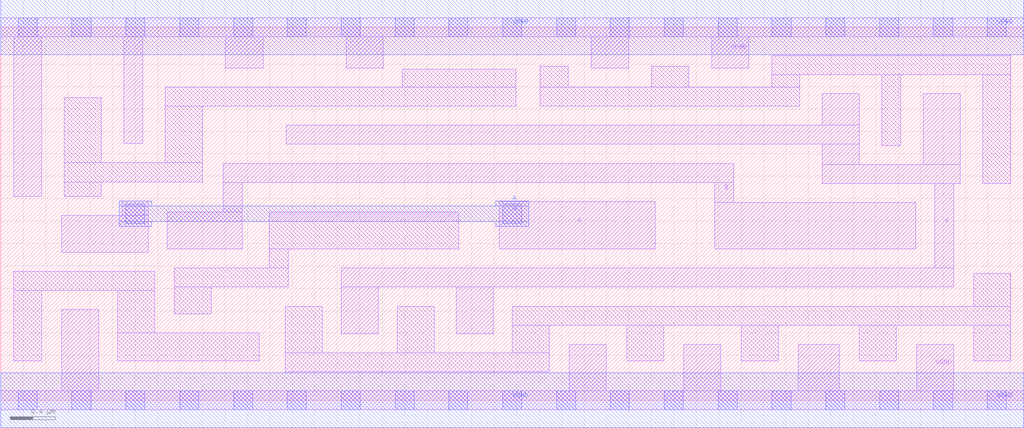
<source format=lef>
# Copyright 2020 The SkyWater PDK Authors
#
# Licensed under the Apache License, Version 2.0 (the "License");
# you may not use this file except in compliance with the License.
# You may obtain a copy of the License at
#
#     https://www.apache.org/licenses/LICENSE-2.0
#
# Unless required by applicable law or agreed to in writing, software
# distributed under the License is distributed on an "AS IS" BASIS,
# WITHOUT WARRANTIES OR CONDITIONS OF ANY KIND, either express or implied.
# See the License for the specific language governing permissions and
# limitations under the License.
#
# SPDX-License-Identifier: Apache-2.0

VERSION 5.7 ;
  NAMESCASESENSITIVE ON ;
  NOWIREEXTENSIONATPIN ON ;
  DIVIDERCHAR "/" ;
  BUSBITCHARS "[]" ;
UNITS
  DATABASE MICRONS 200 ;
END UNITS
MACRO sky130_fd_sc_hs__xnor2_4
  CLASS CORE ;
  SOURCE USER ;
  FOREIGN sky130_fd_sc_hs__xnor2_4 ;
  ORIGIN  0.000000  0.000000 ;
  SIZE  9.120000 BY  3.330000 ;
  SYMMETRY X Y ;
  SITE unit ;
  PIN A
    ANTENNAGATEAREA  1.560000 ;
    DIRECTION INPUT ;
    USE SIGNAL ;
    PORT
      LAYER li1 ;
        RECT 0.545000 1.320000 1.315000 1.650000 ;
        RECT 1.085000 1.650000 1.315000 1.780000 ;
        RECT 4.445000 1.350000 5.835000 1.775000 ;
      LAYER mcon ;
        RECT 1.115000 1.580000 1.285000 1.750000 ;
        RECT 4.475000 1.580000 4.645000 1.750000 ;
      LAYER met1 ;
        RECT 1.055000 1.550000 1.345000 1.595000 ;
        RECT 1.055000 1.595000 4.705000 1.735000 ;
        RECT 1.055000 1.735000 1.345000 1.780000 ;
        RECT 4.415000 1.550000 4.705000 1.595000 ;
        RECT 4.415000 1.735000 4.705000 1.780000 ;
    END
  END A
  PIN B
    ANTENNAGATEAREA  1.560000 ;
    DIRECTION INPUT ;
    USE SIGNAL ;
    PORT
      LAYER li1 ;
        RECT 1.485000 1.350000 2.155000 1.680000 ;
        RECT 1.985000 1.680000 2.155000 1.945000 ;
        RECT 1.985000 1.945000 6.535000 2.115000 ;
        RECT 6.365000 1.350000 8.155000 1.765000 ;
        RECT 6.365000 1.765000 6.535000 1.945000 ;
    END
  END B
  PIN Y
    ANTENNADIFFAREA  1.474200 ;
    DIRECTION OUTPUT ;
    USE SIGNAL ;
    PORT
      LAYER li1 ;
        RECT 2.545000 2.285000 7.655000 2.455000 ;
        RECT 3.035000 0.595000 3.365000 1.010000 ;
        RECT 3.035000 1.010000 8.495000 1.180000 ;
        RECT 4.060000 0.595000 4.390000 1.010000 ;
        RECT 7.325000 1.935000 8.555000 2.105000 ;
        RECT 7.325000 2.105000 7.655000 2.285000 ;
        RECT 7.325000 2.455000 7.655000 2.735000 ;
        RECT 8.225000 2.105000 8.555000 2.735000 ;
        RECT 8.325000 1.180000 8.495000 1.935000 ;
    END
  END Y
  PIN VGND
    DIRECTION INOUT ;
    USE GROUND ;
    PORT
      LAYER li1 ;
        RECT 0.000000 -0.085000 9.120000 0.085000 ;
        RECT 0.545000  0.085000 0.875000 0.810000 ;
        RECT 5.070000  0.085000 5.400000 0.500000 ;
        RECT 6.090000  0.085000 6.420000 0.500000 ;
        RECT 7.110000  0.085000 7.475000 0.500000 ;
        RECT 8.165000  0.085000 8.495000 0.500000 ;
      LAYER mcon ;
        RECT 0.155000 -0.085000 0.325000 0.085000 ;
        RECT 0.635000 -0.085000 0.805000 0.085000 ;
        RECT 1.115000 -0.085000 1.285000 0.085000 ;
        RECT 1.595000 -0.085000 1.765000 0.085000 ;
        RECT 2.075000 -0.085000 2.245000 0.085000 ;
        RECT 2.555000 -0.085000 2.725000 0.085000 ;
        RECT 3.035000 -0.085000 3.205000 0.085000 ;
        RECT 3.515000 -0.085000 3.685000 0.085000 ;
        RECT 3.995000 -0.085000 4.165000 0.085000 ;
        RECT 4.475000 -0.085000 4.645000 0.085000 ;
        RECT 4.955000 -0.085000 5.125000 0.085000 ;
        RECT 5.435000 -0.085000 5.605000 0.085000 ;
        RECT 5.915000 -0.085000 6.085000 0.085000 ;
        RECT 6.395000 -0.085000 6.565000 0.085000 ;
        RECT 6.875000 -0.085000 7.045000 0.085000 ;
        RECT 7.355000 -0.085000 7.525000 0.085000 ;
        RECT 7.835000 -0.085000 8.005000 0.085000 ;
        RECT 8.315000 -0.085000 8.485000 0.085000 ;
        RECT 8.795000 -0.085000 8.965000 0.085000 ;
      LAYER met1 ;
        RECT 0.000000 -0.245000 9.120000 0.245000 ;
    END
  END VGND
  PIN VPWR
    DIRECTION INOUT ;
    USE POWER ;
    PORT
      LAYER li1 ;
        RECT 0.000000 3.245000 9.120000 3.415000 ;
        RECT 0.115000 1.820000 0.365000 3.245000 ;
        RECT 1.095000 2.290000 1.265000 3.245000 ;
        RECT 2.000000 2.965000 2.340000 3.245000 ;
        RECT 3.080000 2.965000 3.410000 3.245000 ;
        RECT 5.265000 2.965000 5.600000 3.245000 ;
        RECT 6.340000 2.965000 6.670000 3.245000 ;
      LAYER mcon ;
        RECT 0.155000 3.245000 0.325000 3.415000 ;
        RECT 0.635000 3.245000 0.805000 3.415000 ;
        RECT 1.115000 3.245000 1.285000 3.415000 ;
        RECT 1.595000 3.245000 1.765000 3.415000 ;
        RECT 2.075000 3.245000 2.245000 3.415000 ;
        RECT 2.555000 3.245000 2.725000 3.415000 ;
        RECT 3.035000 3.245000 3.205000 3.415000 ;
        RECT 3.515000 3.245000 3.685000 3.415000 ;
        RECT 3.995000 3.245000 4.165000 3.415000 ;
        RECT 4.475000 3.245000 4.645000 3.415000 ;
        RECT 4.955000 3.245000 5.125000 3.415000 ;
        RECT 5.435000 3.245000 5.605000 3.415000 ;
        RECT 5.915000 3.245000 6.085000 3.415000 ;
        RECT 6.395000 3.245000 6.565000 3.415000 ;
        RECT 6.875000 3.245000 7.045000 3.415000 ;
        RECT 7.355000 3.245000 7.525000 3.415000 ;
        RECT 7.835000 3.245000 8.005000 3.415000 ;
        RECT 8.315000 3.245000 8.485000 3.415000 ;
        RECT 8.795000 3.245000 8.965000 3.415000 ;
      LAYER met1 ;
        RECT 0.000000 3.085000 9.120000 3.575000 ;
    END
  END VPWR
  OBS
    LAYER li1 ;
      RECT 0.115000 0.350000 0.365000 0.980000 ;
      RECT 0.115000 0.980000 1.375000 1.150000 ;
      RECT 0.565000 1.820000 0.895000 1.950000 ;
      RECT 0.565000 1.950000 1.795000 2.120000 ;
      RECT 0.565000 2.120000 0.895000 2.700000 ;
      RECT 1.045000 0.350000 2.305000 0.600000 ;
      RECT 1.045000 0.600000 1.375000 0.980000 ;
      RECT 1.465000 2.120000 1.795000 2.625000 ;
      RECT 1.465000 2.625000 4.590000 2.795000 ;
      RECT 1.545000 0.770000 1.875000 1.010000 ;
      RECT 1.545000 1.010000 2.565000 1.180000 ;
      RECT 2.395000 1.180000 2.565000 1.350000 ;
      RECT 2.395000 1.350000 4.085000 1.680000 ;
      RECT 2.535000 0.255000 4.890000 0.425000 ;
      RECT 2.535000 0.425000 2.865000 0.840000 ;
      RECT 3.535000 0.425000 3.865000 0.840000 ;
      RECT 3.580000 2.795000 4.590000 2.955000 ;
      RECT 4.560000 0.425000 4.890000 0.670000 ;
      RECT 4.560000 0.670000 9.005000 0.840000 ;
      RECT 4.810000 2.625000 7.125000 2.795000 ;
      RECT 4.810000 2.795000 5.060000 2.980000 ;
      RECT 5.580000 0.350000 5.910000 0.670000 ;
      RECT 5.805000 2.795000 6.135000 2.980000 ;
      RECT 6.600000 0.350000 6.930000 0.670000 ;
      RECT 6.875000 2.795000 7.125000 2.905000 ;
      RECT 6.875000 2.905000 9.005000 3.075000 ;
      RECT 7.655000 0.350000 7.985000 0.670000 ;
      RECT 7.855000 2.275000 8.025000 2.905000 ;
      RECT 8.675000 0.350000 9.005000 0.670000 ;
      RECT 8.675000 0.840000 9.005000 1.130000 ;
      RECT 8.755000 1.935000 9.005000 2.905000 ;
  END
END sky130_fd_sc_hs__xnor2_4

</source>
